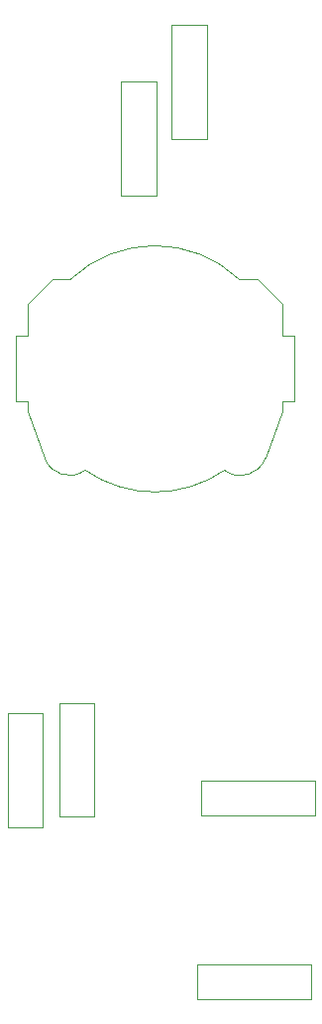
<source format=gbr>
%TF.GenerationSoftware,KiCad,Pcbnew,9.0.2*%
%TF.CreationDate,2025-07-01T09:30:54-07:00*%
%TF.ProjectId,solder,736f6c64-6572-42e6-9b69-6361645f7063,rev?*%
%TF.SameCoordinates,Original*%
%TF.FileFunction,Other,User*%
%FSLAX46Y46*%
G04 Gerber Fmt 4.6, Leading zero omitted, Abs format (unit mm)*
G04 Created by KiCad (PCBNEW 9.0.2) date 2025-07-01 09:30:54*
%MOMM*%
%LPD*%
G01*
G04 APERTURE LIST*
%ADD10C,0.050000*%
G04 APERTURE END LIST*
%TO.C,R9*%
D10*
X138830567Y-63292545D02*
X135830567Y-63292545D01*
X135830567Y-53572545D01*
X138830567Y-53572545D01*
X138830567Y-63292545D01*
%TO.C,BT1*%
X126833829Y-75283649D02*
X127823829Y-75283649D01*
X126833829Y-80863649D02*
X126833829Y-75283649D01*
X127823829Y-72573649D02*
X129963829Y-70433649D01*
X127823829Y-75283649D02*
X127823829Y-72573649D01*
X127823829Y-80863649D02*
X126833829Y-80863649D01*
X127823829Y-81713649D02*
X127823829Y-80863649D01*
X129273829Y-85703649D02*
X127823829Y-81713649D01*
X129963829Y-70433649D02*
X131503829Y-70433649D01*
X145903829Y-70433649D02*
X147443829Y-70433649D01*
X147443829Y-70433649D02*
X149583829Y-72573649D01*
X149583829Y-72573649D02*
X149583829Y-75283649D01*
X149583829Y-75283649D02*
X150573829Y-75283649D01*
X149583829Y-80863649D02*
X149583829Y-81713649D01*
X149583829Y-81713649D02*
X148143829Y-85693649D01*
X150573829Y-75283649D02*
X150573829Y-80863649D01*
X150573829Y-80863649D02*
X149583829Y-80863649D01*
X131503829Y-70433649D02*
G75*
G02*
X145903375Y-70433222I7200000J-7640003D01*
G01*
X132743829Y-86713649D02*
G75*
G02*
X129288685Y-85694990I-1350000J1790000D01*
G01*
X144663829Y-86713649D02*
G75*
G02*
X132758461Y-86723724I-5960000J8640001D01*
G01*
X148133829Y-85693649D02*
G75*
G02*
X144660794Y-86728253I-2120000J770000D01*
G01*
%TO.C,R3*%
X142310000Y-131820000D02*
X152030000Y-131820000D01*
X152030000Y-128820000D01*
X142310000Y-128820000D01*
X142310000Y-131820000D01*
%TO.C,R2*%
X126150000Y-107410000D02*
X129150000Y-107410000D01*
X129150000Y-117130000D01*
X126150000Y-117130000D01*
X126150000Y-107410000D01*
%TO.C,R1*%
X130520000Y-106550000D02*
X133520000Y-106550000D01*
X133520000Y-116270000D01*
X130520000Y-116270000D01*
X130520000Y-106550000D01*
%TO.C,R10*%
X140140567Y-48752545D02*
X143140567Y-48752545D01*
X143140567Y-58472545D01*
X140140567Y-58472545D01*
X140140567Y-48752545D01*
%TO.C,R4*%
X152350000Y-113160000D02*
X142630000Y-113160000D01*
X142630000Y-116160000D01*
X152350000Y-116160000D01*
X152350000Y-113160000D01*
%TD*%
M02*

</source>
